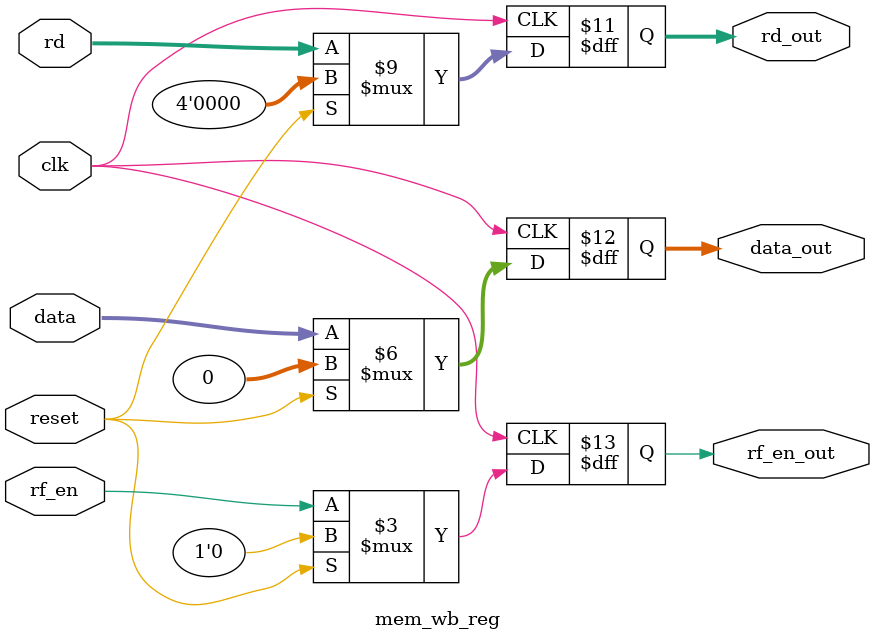
<source format=v>
module if_id_reg(
input clk, load_enable,reset,
input [31:0] instruction, 
input [31:0] next_pc,

output reg [3:0] instruction_condition, 
output reg [23:0] branch_offset, 
output reg [31:0] next_pc_out, 
output reg [3:0] ra,rd,rb,
output reg [11:0] imm_in,
output reg [31:0] cu_in);

always @ (posedge clk)
begin
if(load_enable)
begin

if(reset)
begin

instruction_condition <= 0;
branch_offset <= 0;
next_pc_out <= 0;
ra <= 0;
rd <= 0;
rb <= 0;
imm_in <= 0;
cu_in <= 0;

end else begin

instruction_condition <= instruction[31:28];
branch_offset <= instruction[21:0];
next_pc_out <= next_pc;
ra <= instruction[19:16];
rd <= instruction[15:12];
rb <= instruction[3:0];
imm_in <= instruction[23:0];
cu_in <= instruction;

end
end
end
endmodule

module id_exe_reg(
input clk, reset,mux_control,
input [3:0] instruction_condition,
input [31:0] next_pc,operand_a, operand_b, operand_d,
input [3:0] rd,
input [11:0] imm_in,
input [1:0] am,
input [3:0] alu_op,
input rf_en,s,datamem_en,readwrite,size,load_instruction,

output reg mux_control_out,
output reg [3:0] instruction_condition_out,
output reg [31:0] next_pc_out,operand_a_out, operand_b_out, operand_d_out,
output reg [3:0] rd_out,
output reg [11:0] imm_in_out,
output reg [1:0] am_out,
output reg [3:0] alu_op_out,
output reg rf_en_out,s_out,datamem_en_out,readwrite_out,size_out,load_instruction_out
);

always @ (posedge clk)
begin 
if(reset)
begin
mux_control_out <= 0;
instruction_condition_out <= 0;
next_pc_out <= 0;
operand_a_out <= 0; 
operand_b_out <= 0; 
operand_d_out <= 0;
rd_out <= 0;
imm_in_out <= 0;
am_out <= 0;
alu_op_out <= 0;
rf_en_out <= 0;
s_out <= 0;
datamem_en_out <= 0;
readwrite_out <= 0;
size_out <= 0;
load_instruction_out <= 0;

end else begin

mux_control_out <= mux_control;
instruction_condition_out <= instruction_condition;
next_pc_out <= next_pc;
operand_a_out <= operand_a; 
operand_b_out <= operand_b; 
operand_d_out <= operand_d;
rd_out <= rd;
imm_in_out <= imm_in;
am_out <= am;
alu_op_out <= alu_op;
rf_en_out <= rf_en;
s_out <= s;
datamem_en_out <= datamem_en;
readwrite_out <= readwrite;
size_out <= size;
load_instruction_out <= load_instruction;

end
end
endmodule

module exe_mem_reg(
input clk, reset,
input [31:0] alu_or_nextpc,
input [31:0] data_in,
input [3:0] rd,
input rf_en,datamem_en,readwrite,size,load_instruction,

output reg [31:0] alu_or_nextpc_out,
output reg [31:0] data_in_out,
output reg [3:0] rd_out,
output reg rf_en_out,datamem_en_out,readwrite_out,size_out,load_instruction_out
);

always @ (posedge clk)
begin
if(reset)
begin
alu_or_nextpc_out <= 0;
data_in_out <= 0;
rd_out <= 0;
rf_en_out <= 0;
datamem_en_out <= 0;
readwrite_out <= 0;
size_out <= 0;
load_instruction_out <= 0;

end else begin

alu_or_nextpc_out <= alu_or_nextpc;
data_in_out <= data_in;
rd_out <= rd;
rf_en_out <= rf_en;
datamem_en_out <= datamem_en;
readwrite_out <= readwrite;
size_out <= size;
load_instruction_out <= load_instruction;

end
end
endmodule

module mem_wb_reg(
input clk, reset,
input [3:0] rd,
input [31:0] data,
input rf_en,

output reg [3:0] rd_out,
output reg [31:0] data_out,
output reg rf_en_out
);

always @ (posedge clk)
begin
if(reset)
begin
rd_out <= 0;
data_out <= 0;
rf_en_out <= 0;

end else begin

rd_out <= rd;
data_out <= data;
rf_en_out <= rf_en;

end
end
endmodule











</source>
